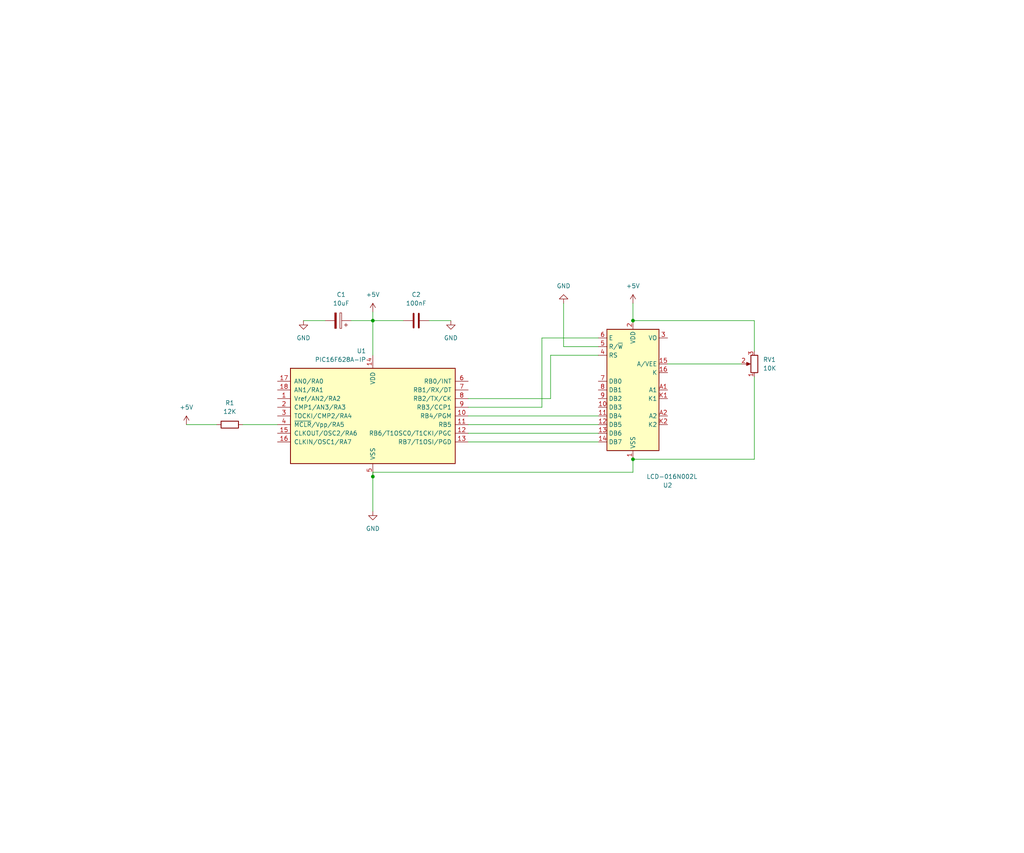
<source format=kicad_sch>
(kicad_sch (version 20230121) (generator eeschema)
  (paper "User" 299.999 250.012)
  (title_block (title "PIC16F628A for Beginners - 1") (company "Ricardo Lima Caratti") (comment 1 "LCD 16x2 nd PIC16F628A"))
  (lib_symbols
    (symbol "Device:C" (pin_numbers hide) (pin_names (offset 0.254))
      (property "Reference" "C" (at 0.635 2.54 0))
      (property "Value" "C" (at 0.635 -2.54 0))
      (symbol "C_0_1"
        (polyline (pts (xy -2.032 -0.762) (xy 2.032 -0.762)) (stroke (width 0.508)))
        (polyline (pts (xy -2.032 0.762) (xy 2.032 0.762)) (stroke (width 0.508)))
      )
      (symbol "C_1_1"
        (pin passive line (at 0 3.81 270) (length 2.794) (name "~") (number "1"))
        (pin passive line (at 0 -3.81 90) (length 2.794) (name "~") (number "2"))
      )
    )
    (symbol "Device:C_Polarized" (pin_numbers hide) (pin_names (offset 0.254))
      (property "Reference" "C" (at 0.635 2.54 0))
      (property "Value" "C_Polarized" (at 0.635 -2.54 0))
      (symbol "C_Polarized_0_1"
        (rectangle (start -2.286 0.508) (end 2.286 1.016))
        (polyline (pts (xy -1.778 2.286) (xy -0.762 2.286)))
        (polyline (pts (xy -1.27 2.794) (xy -1.27 1.778)))
        (rectangle (start 2.286 -0.508) (end -2.286 -1.016) (fill (type outline)))
      )
      (symbol "C_Polarized_1_1"
        (pin passive line (at 0 3.81 270) (length 2.794) (name "~") (number "1"))
        (pin passive line (at 0 -3.81 90) (length 2.794) (name "~") (number "2"))
      )
    )
    (symbol "Device:R" (pin_numbers hide) (pin_names (offset 0))
      (property "Reference" "R" (at 2.032 0 90))
      (property "Value" "R" (at 0 0 90))
      (symbol "R_0_1"
        (rectangle (start -1.016 -2.54) (end 1.016 2.54) (stroke (width 0.254)))
      )
      (symbol "R_1_1"
        (pin passive line (at 0 3.81 270) (length 1.27) (name "~") (number "1"))
        (pin passive line (at 0 -3.81 90) (length 1.27) (name "~") (number "2"))
      )
    )
    (symbol "Device:R_Potentiometer" (pin_names (offset 1.016) hide)
      (property "Reference" "RV" (at -4.445 0 90))
      (property "Value" "R_Potentiometer" (at -2.54 0 90))
      (symbol "R_Potentiometer_0_1"
        (polyline (pts (xy 2.54 0) (xy 1.524 0)))
        (polyline (pts (xy 1.143 0) (xy 2.286 0.508) (xy 2.286 -0.508) (xy 1.143 0)) (fill (type outline)))
        (rectangle (start 1.016 2.54) (end -1.016 -2.54) (stroke (width 0.254)))
      )
      (symbol "R_Potentiometer_1_1"
        (pin passive line (at 0 3.81 270) (length 1.27) (name "1") (number "1"))
        (pin passive line (at 3.81 0 180) (length 1.27) (name "2") (number "2"))
        (pin passive line (at 0 -3.81 90) (length 1.27) (name "3") (number "3"))
      )
    )
    (symbol "Display_Character:LCD-016N002L"
      (property "Reference" "U" (at -6.35 18.796 0))
      (property "Value" "LCD-016N002L" (at 8.636 18.796 0))
      (symbol "LCD-016N002L_1_1"
        (rectangle (start -7.62 17.78) (end 7.62 -17.78) (stroke (width 0.254)) (fill (type background)))
        (pin power_in line (at 0 -20.32 90) (length 2.54) (name "VSS") (number "1"))
        (pin bidirectional line (at -10.16 -5.08 0) (length 2.54) (name "DB3") (number "10"))
        (pin bidirectional line (at -10.16 -7.62 0) (length 2.54) (name "DB4") (number "11"))
        (pin bidirectional line (at -10.16 -10.16 0) (length 2.54) (name "DB5") (number "12"))
        (pin bidirectional line (at -10.16 -12.7 0) (length 2.54) (name "DB6") (number "13"))
        (pin bidirectional line (at -10.16 -15.24 0) (length 2.54) (name "DB7") (number "14"))
        (pin power_in line (at 10.16 7.62 180) (length 2.54) (name "A/VEE") (number "15"))
        (pin power_in line (at 10.16 5.08 180) (length 2.54) (name "K") (number "16"))
        (pin power_in line (at 0 20.32 270) (length 2.54) (name "VDD") (number "2"))
        (pin input line (at 10.16 15.24 180) (length 2.54) (name "VO") (number "3"))
        (pin input line (at -10.16 10.16 0) (length 2.54) (name "RS") (number "4"))
        (pin input line (at -10.16 12.7 0) (length 2.54) (name "R/~{W}") (number "5"))
        (pin input line (at -10.16 15.24 0) (length 2.54) (name "E") (number "6"))
        (pin bidirectional line (at -10.16 2.54 0) (length 2.54) (name "DB0") (number "7"))
        (pin bidirectional line (at -10.16 0 0) (length 2.54) (name "DB1") (number "8"))
        (pin bidirectional line (at -10.16 -2.54 0) (length 2.54) (name "DB2") (number "9"))
        (pin power_in line (at 10.16 0 180) (length 2.54) (name "A1") (number "A1"))
        (pin power_in line (at 10.16 -7.62 180) (length 2.54) (name "A2") (number "A2"))
        (pin power_in line (at 10.16 -2.54 180) (length 2.54) (name "K1") (number "K1"))
        (pin power_in line (at 10.16 -10.16 180) (length 2.54) (name "K2") (number "K2"))
      )
    )
    (symbol "MCU_Microchip_PIC16:PIC16F628A-IP" (pin_names (offset 1.016))
      (property "Reference" "U" (at -24.13 17.78 0))
      (property "Value" "PIC16F628A-IP" (at -24.13 15.24 0))
      (symbol "PIC16F628A-IP_0_1"
        (rectangle (start 24.13 13.97) (end -24.13 -13.97) (stroke (width 0.254)) (fill (type background)))
      )
      (symbol "PIC16F628A-IP_1_1"
        (pin bidirectional line (at 27.94 5.08 180) (length 3.81) (name "Vref/AN2/RA2") (number "1"))
        (pin bidirectional line (at -27.94 0 0) (length 3.81) (name "RB4/PGM") (number "10"))
        (pin bidirectional line (at -27.94 -2.54 0) (length 3.81) (name "RB5") (number "11"))
        (pin bidirectional line (at -27.94 -5.08 0) (length 3.81) (name "RB6/T1OSC0/T1CKI/PGC") (number "12"))
        (pin bidirectional line (at -27.94 -7.62 0) (length 3.81) (name "RB7/T1OSI/PGD") (number "13"))
        (pin power_in line (at 0 17.78 270) (length 3.81) (name "VDD") (number "14"))
        (pin bidirectional line (at 27.94 -5.08 180) (length 3.81) (name "CLKOUT/OSC2/RA6") (number "15"))
        (pin bidirectional line (at 27.94 -7.62 180) (length 3.81) (name "CLKIN/OSC1/RA7") (number "16"))
        (pin bidirectional line (at 27.94 10.16 180) (length 3.81) (name "AN0/RA0") (number "17"))
        (pin bidirectional line (at 27.94 7.62 180) (length 3.81) (name "AN1/RA1") (number "18"))
        (pin bidirectional line (at 27.94 2.54 180) (length 3.81) (name "CMP1/AN3/RA3") (number "2"))
        (pin bidirectional line (at 27.94 0 180) (length 3.81) (name "TOCKI/CMP2/RA4") (number "3"))
        (pin input line (at 27.94 -2.54 180) (length 3.81) (name "~{MCLR}/Vpp/RA5") (number "4"))
        (pin power_in line (at 0 -17.78 90) (length 3.81) (name "VSS") (number "5"))
        (pin bidirectional line (at -27.94 10.16 0) (length 3.81) (name "RB0/INT") (number "6"))
        (pin bidirectional line (at -27.94 7.62 0) (length 3.81) (name "RB1/RX/DT") (number "7"))
        (pin bidirectional line (at -27.94 5.08 0) (length 3.81) (name "RB2/TX/CK") (number "8"))
        (pin bidirectional line (at -27.94 2.54 0) (length 3.81) (name "RB3/CCP1") (number "9"))
      )
    )
    (symbol "power:+5V" (power) (pin_names (offset 0))
      (property "Value" "+5V" (at 0 3.556 0))
      (symbol "+5V_0_1"
        (polyline (pts (xy -0.762 1.27) (xy 0 2.54)))
        (polyline (pts (xy 0 0) (xy 0 2.54)))
        (polyline (pts (xy 0 2.54) (xy 0.762 1.27)))
      )
      (symbol "+5V_1_1"
        (pin power_in line (at 0 0 90) (length 0) hide (name "+5V") (number "1"))
      )
    )
    (symbol "power:GND" (power) (pin_names (offset 0))
      (property "Value" "GND" (at 0 -3.81 0))
      (symbol "GND_0_1"
        (polyline (pts (xy 0 0) (xy 0 -1.27) (xy 1.27 -1.27) (xy 0 -2.54) (xy -1.27 -1.27) (xy 0 -1.27)))
      )
      (symbol "GND_1_1"
        (pin power_in line (at 0 0 270) (length 0) hide (name "GND") (number "1"))
      )
    )
  )
  (junction (at 109.22 93.98))
  (junction (at 185.42 93.98))
  (junction (at 109.22 139.7))
  (junction (at 185.42 134.62))
  (wire (pts (xy 137.16 121.92) (xy 175.26 121.92)))
  (wire (pts (xy 109.22 93.98) (xy 102.87 93.98)))
  (wire (pts (xy 137.16 116.84) (xy 161.29 116.84)))
  (wire (pts (xy 158.75 99.06) (xy 175.26 99.06)))
  (wire (pts (xy 95.25 93.98) (xy 88.9 93.98)))
  (wire (pts (xy 185.42 93.98) (xy 220.98 93.98)))
  (wire (pts (xy 137.16 129.54) (xy 175.26 129.54)))
  (wire (pts (xy 109.22 93.98) (xy 109.22 104.14)))
  (wire (pts (xy 220.98 134.62) (xy 185.42 134.62)))
  (wire (pts (xy 109.22 138.43) (xy 109.22 139.7)))
  (wire (pts (xy 132.08 93.98) (xy 125.73 93.98)))
  (wire (pts (xy 195.58 106.68) (xy 217.17 106.68)))
  (wire (pts (xy 137.16 127) (xy 175.26 127)))
  (wire (pts (xy 137.16 124.46) (xy 175.26 124.46)))
  (wire (pts (xy 161.29 116.84) (xy 161.29 104.14)))
  (wire (pts (xy 118.11 93.98) (xy 109.22 93.98)))
  (wire (pts (xy 137.16 119.38) (xy 158.75 119.38)))
  (wire (pts (xy 220.98 110.49) (xy 220.98 134.62)))
  (wire (pts (xy 161.29 104.14) (xy 175.26 104.14)))
  (wire (pts (xy 109.22 139.7) (xy 109.22 149.86)))
  (wire (pts (xy 54.61 124.46) (xy 63.5 124.46)))
  (wire (pts (xy 109.22 91.44) (xy 109.22 93.98)))
  (wire (pts (xy 185.42 88.9) (xy 185.42 93.98)))
  (wire (pts (xy 81.28 124.46) (xy 71.12 124.46)))
  (wire (pts (xy 158.75 119.38) (xy 158.75 99.06)))
  (wire (pts (xy 165.1 101.6) (xy 165.1 88.9)))
  (wire (pts (xy 175.26 101.6) (xy 165.1 101.6)))
  (wire (pts (xy 185.42 134.62) (xy 185.42 138.43)))
  (wire (pts (xy 220.98 93.98) (xy 220.98 102.87)))
  (wire (pts (xy 109.22 138.43) (xy 185.42 138.43)))
  (symbol (lib_id "power:+5V") (at 109.22 91.44 0) (mirror y) (unit 1)
    (property "Reference" "#PWR01" (effects hide))
    (property "Value" "+5V" (at 109.22 86.36 0))
  )
  (symbol (lib_id "Display_Character:LCD-016N002L") (at 185.42 114.3 0) (unit 1)
    (property "Reference" "U2" (at 195.58 142.24 0))
    (property "Value" "LCD-016N002L" (at 196.85 139.7 0))
    (property "Footprint" "Display:LCD-016N002L" (effects hide))
    (property "Datasheet" "http://www.vishay.com/docs/37299/37299.pdf" (effects hide))
  )
  (symbol (lib_id "power:+5V") (at 185.42 88.9 0) (mirror y) (unit 1)
    (property "Reference" "#PWR05" (effects hide))
    (property "Value" "+5V" (at 185.42 83.82 0))
  )
  (symbol (lib_id "Device:R") (at 67.31 124.46 270) (mirror x) (unit 1)
    (property "Reference" "R1" (at 67.31 118.11 90))
    (property "Value" "12K" (at 67.31 120.65 90))
  )
  (symbol (lib_id "power:+5V") (at 54.61 124.46 0) (mirror y) (unit 1)
    (property "Reference" "#PWR04" (effects hide))
    (property "Value" "+5V" (at 54.61 119.38 0))
  )
  (symbol (lib_id "power:GND") (at 165.1 88.9 0) (mirror x) (unit 1)
    (property "Reference" "#PWR07" (effects hide))
    (property "Value" "GND" (at 165.1 83.82 0))
  )
  (symbol (lib_id "power:GND") (at 88.9 93.98 0) (mirror y) (unit 1)
    (property "Reference" "#PWR03" (effects hide))
    (property "Value" "GND" (at 88.9 99.06 0))
  )
  (symbol (lib_id "Device:C_Polarized") (at 99.06 93.98 270) (mirror x) (unit 1)
    (property "Reference" "C1" (at 99.949 86.36 90))
    (property "Value" "10uF" (at 99.949 88.9 90))
  )
  (symbol (lib_id "power:GND") (at 132.08 93.98 0) (mirror y) (unit 1)
    (property "Reference" "#PWR06" (effects hide))
    (property "Value" "GND" (at 132.08 99.06 0))
  )
  (symbol (lib_id "power:GND") (at 109.22 149.86 0) (mirror y) (unit 1)
    (property "Reference" "#PWR02" (effects hide))
    (property "Value" "GND" (at 109.22 154.94 0))
  )
  (symbol (lib_id "Device:R_Potentiometer") (at 220.98 106.68 180) (unit 1)
    (property "Reference" "RV1" (at 223.52 105.41 0) (effects (justify right)))
    (property "Value" "10K" (at 223.52 107.95 0) (effects (justify right)))
  )
  (symbol (lib_id "Device:C") (at 121.92 93.98 270) (mirror x) (unit 1)
    (property "Reference" "C2" (at 121.92 86.36 90))
    (property "Value" "100nF" (at 121.92 88.9 90))
  )
  (symbol (lib_id "MCU_Microchip_PIC16:PIC16F628A-IP") (at 109.22 121.92 0) (mirror y) (unit 1)
    (property "Reference" "U1" (at 107.2641 102.87 0) (effects (justify left)))
    (property "Value" "PIC16F628A-IP" (at 107.2641 105.41 0) (effects (justify left)))
    (property "Datasheet" "http://ww1.microchip.com/downloads/en/DeviceDoc/40300c.pdf" (effects hide))
  )
)
</source>
